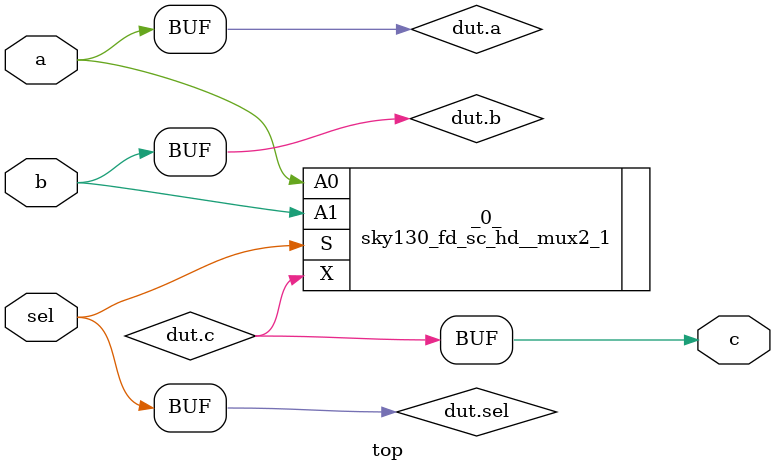
<source format=v>
/* Generated by Yosys 0.9+4274 (git sha1 e6dd4db0, gcc 9.3.0-17ubuntu1~20.04 -fPIC -Os) */

module top(a, b, sel, c);
  input a;
  input b;
  output c;
  wire \dut.a ;
  wire \dut.b ;
  wire \dut.c ;
  wire \dut.sel ;
  input sel;
  sky130_fd_sc_hd__mux2_1 _0_ (
    .A0(\dut.a ),
    .A1(\dut.b ),
    .S(\dut.sel ),
    .X(\dut.c )
  );
  assign \dut.a  = a;
  assign \dut.b  = b;
  assign c = \dut.c ;
  assign \dut.sel  = sel;
endmodule

</source>
